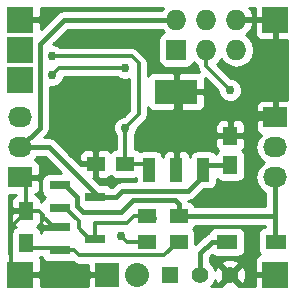
<source format=gbl>
G04 #@! TF.FileFunction,Copper,L2,Bot,Signal*
%FSLAX46Y46*%
G04 Gerber Fmt 4.6, Leading zero omitted, Abs format (unit mm)*
G04 Created by KiCad (PCBNEW 4.0.1-stable) date 01/09/2016 20:31:34*
%MOMM*%
G01*
G04 APERTURE LIST*
%ADD10C,0.101600*%
%ADD11R,1.250000X1.500000*%
%ADD12R,3.657600X2.032000*%
%ADD13R,1.016000X2.032000*%
%ADD14R,1.800860X0.800100*%
%ADD15R,2.032000X1.727200*%
%ADD16O,2.032000X1.727200*%
%ADD17R,1.500000X1.250000*%
%ADD18R,1.500000X1.300000*%
%ADD19R,1.300000X1.500000*%
%ADD20R,1.727200X1.727200*%
%ADD21O,1.727200X1.727200*%
%ADD22R,2.235200X2.235200*%
%ADD23R,1.397000X1.397000*%
%ADD24C,1.397000*%
%ADD25R,1.778000X1.270000*%
%ADD26R,2.032000X2.032000*%
%ADD27O,2.032000X2.032000*%
%ADD28C,0.762000*%
%ADD29C,0.304800*%
%ADD30C,0.406400*%
%ADD31C,0.254000*%
G04 APERTURE END LIST*
D10*
D11*
X166943000Y-77682000D03*
X166943000Y-75182000D03*
D12*
X162371000Y-71459000D03*
D13*
X162371000Y-78063000D03*
X160085000Y-78063000D03*
X164657000Y-78063000D03*
D14*
X152487860Y-84855000D03*
X152487860Y-82955000D03*
X155490140Y-83905000D03*
X152487860Y-81299000D03*
X152487860Y-79399000D03*
X155490140Y-80349000D03*
D15*
X170753000Y-73618000D03*
D16*
X170753000Y-76158000D03*
X170753000Y-78698000D03*
D15*
X149163000Y-78698000D03*
D16*
X149163000Y-76158000D03*
X149163000Y-73618000D03*
D17*
X158053000Y-77555000D03*
X155553000Y-77555000D03*
D18*
X162578000Y-84159000D03*
X159878000Y-84159000D03*
X162578000Y-82000000D03*
X159878000Y-82000000D03*
D19*
X149671000Y-84239000D03*
X149671000Y-81539000D03*
D20*
X162371000Y-67903000D03*
D21*
X162371000Y-65363000D03*
X164911000Y-67903000D03*
X164911000Y-65363000D03*
X167451000Y-67903000D03*
X167451000Y-65363000D03*
D22*
X149163000Y-86953000D03*
X170753000Y-86953000D03*
X149163000Y-65363000D03*
X170753000Y-65363000D03*
D23*
X161863000Y-86953000D03*
D24*
X164403000Y-86953000D03*
X166943000Y-86953000D03*
D25*
X170803800Y-84159000D03*
X166663600Y-84159000D03*
D22*
X149163000Y-70443000D03*
X149163000Y-67903000D03*
D26*
X156529000Y-86953000D03*
D27*
X159069000Y-86953000D03*
D28*
X164403000Y-75396000D03*
X162752000Y-73364000D03*
X155513000Y-75777000D03*
X166943000Y-71332000D03*
X158052996Y-69427000D03*
X151830000Y-70062000D03*
X151830000Y-68458000D03*
X158053000Y-74507000D03*
X157672000Y-83651000D03*
D29*
X166943000Y-73257000D02*
X166328000Y-73257000D01*
X166328000Y-73257000D02*
X164530000Y-71459000D01*
X164530000Y-71459000D02*
X162371000Y-71459000D01*
X164403000Y-75396000D02*
X162752000Y-75396000D01*
X162752000Y-75396000D02*
X162752000Y-73364000D01*
X164403000Y-75396000D02*
X162625000Y-75396000D01*
X162625000Y-75396000D02*
X162371000Y-75650000D01*
X162371000Y-75650000D02*
X162371000Y-78063000D01*
X162371000Y-78571000D02*
X162371000Y-78063000D01*
X166943000Y-75182000D02*
X166943000Y-73257000D01*
X156529000Y-86953000D02*
X149163000Y-86953000D01*
X166943000Y-73257000D02*
X170392000Y-73257000D01*
X170392000Y-73257000D02*
X170753000Y-73618000D01*
X162752000Y-73364000D02*
X162752000Y-71840000D01*
X162752000Y-71840000D02*
X162371000Y-71459000D01*
X170753000Y-65363000D02*
X167451000Y-65363000D01*
X170753000Y-73618000D02*
X170753000Y-72449600D01*
X170753000Y-72449600D02*
X170753000Y-65363000D01*
X155553000Y-77555000D02*
X155553000Y-77115802D01*
X155513000Y-75777000D02*
X155513000Y-77515000D01*
X155513000Y-77515000D02*
X155553000Y-77555000D01*
X149163000Y-86953000D02*
X148401000Y-86191000D01*
X148401000Y-86191000D02*
X148401000Y-82909000D01*
X148401000Y-82909000D02*
X149671000Y-81639000D01*
X149671000Y-81639000D02*
X149671000Y-81539000D01*
X149671000Y-81539000D02*
X149671000Y-79206000D01*
X149671000Y-79206000D02*
X149163000Y-78698000D01*
X149671000Y-81539000D02*
X150734000Y-81539000D01*
X150734000Y-81539000D02*
X151068000Y-81873000D01*
X151068000Y-81873000D02*
X151068000Y-82035520D01*
X151068000Y-82035520D02*
X151987480Y-82955000D01*
X151987480Y-82955000D02*
X152487860Y-82955000D01*
X166562001Y-70951001D02*
X166943000Y-71332000D01*
X164911000Y-69300000D02*
X166562001Y-70951001D01*
X164911000Y-67903000D02*
X164911000Y-69300000D01*
X170600600Y-76158000D02*
X170753000Y-76158000D01*
X157514181Y-69427000D02*
X158052996Y-69427000D01*
X152465000Y-69427000D02*
X157514181Y-69427000D01*
X151830000Y-70062000D02*
X152465000Y-69427000D01*
D30*
X155490140Y-80349000D02*
X155490140Y-80072140D01*
X155490140Y-80072140D02*
X151576000Y-76158000D01*
X151576000Y-76158000D02*
X150585400Y-76158000D01*
X150585400Y-76158000D02*
X149163000Y-76158000D01*
X155490140Y-80349000D02*
X157291000Y-80349000D01*
X163387000Y-79841000D02*
X164657000Y-78571000D01*
X157291000Y-80349000D02*
X157799000Y-79841000D01*
X164657000Y-78571000D02*
X164657000Y-78063000D01*
X157799000Y-79841000D02*
X163387000Y-79841000D01*
X166943000Y-77682000D02*
X165038000Y-77682000D01*
X165038000Y-77682000D02*
X164657000Y-78063000D01*
X162371000Y-65363000D02*
X152846000Y-65363000D01*
X152846000Y-65363000D02*
X150814000Y-67395000D01*
X150814000Y-67395000D02*
X150814000Y-74507000D01*
X150814000Y-74507000D02*
X149163000Y-76158000D01*
D29*
X158053000Y-74507000D02*
X159196000Y-73364000D01*
X159196000Y-73364000D02*
X159196000Y-69046000D01*
X159196000Y-69046000D02*
X158608000Y-68458000D01*
X158608000Y-68458000D02*
X151830000Y-68458000D01*
X158053000Y-77555000D02*
X159577000Y-77555000D01*
X159577000Y-77555000D02*
X160085000Y-78063000D01*
X158053000Y-77555000D02*
X158053000Y-74507000D01*
X162578000Y-84159000D02*
X162478000Y-84159000D01*
X162478000Y-84159000D02*
X161335000Y-85302000D01*
X161335000Y-85302000D02*
X154140090Y-85302000D01*
X154140090Y-85302000D02*
X153693090Y-84855000D01*
X153693090Y-84855000D02*
X152487860Y-84855000D01*
X149671000Y-84239000D02*
X150099000Y-84667000D01*
X152299860Y-84667000D02*
X152487860Y-84855000D01*
X150099000Y-84667000D02*
X152299860Y-84667000D01*
X152385000Y-84957860D02*
X152487860Y-84855000D01*
X152487860Y-81299000D02*
X152988240Y-81299000D01*
X154116000Y-82426760D02*
X154116000Y-83031240D01*
X152988240Y-81299000D02*
X154116000Y-82426760D01*
X154116000Y-83031240D02*
X154989760Y-83905000D01*
X154989760Y-83905000D02*
X155490140Y-83905000D01*
X159878000Y-82000000D02*
X158823200Y-82000000D01*
X158823200Y-82000000D02*
X158211060Y-82612140D01*
X158211060Y-82612140D02*
X155490140Y-82612140D01*
X155490140Y-82612140D02*
X155490140Y-83200150D01*
X155490140Y-83200150D02*
X155490140Y-83905000D01*
D30*
X160399000Y-82127000D02*
X160499000Y-82127000D01*
D29*
X158052999Y-84031999D02*
X157672000Y-83651000D01*
X158180000Y-84159000D02*
X158052999Y-84031999D01*
X159878000Y-84159000D02*
X158180000Y-84159000D01*
D30*
X162578000Y-82000000D02*
X162578000Y-80943600D01*
X162578000Y-80943600D02*
X162237400Y-80603000D01*
X162237400Y-80603000D02*
X158688000Y-80603000D01*
X158688000Y-80603000D02*
X157672000Y-81619000D01*
X157672000Y-81619000D02*
X154497000Y-81619000D01*
X154497000Y-81619000D02*
X153989000Y-81111000D01*
X153989000Y-80399760D02*
X152988240Y-79399000D01*
X153989000Y-81111000D02*
X153989000Y-80399760D01*
X152988240Y-79399000D02*
X152487860Y-79399000D01*
X170753000Y-78698000D02*
X170753000Y-82000000D01*
X170753000Y-82000000D02*
X170753000Y-84108200D01*
X162578000Y-82000000D02*
X170753000Y-82000000D01*
X162478000Y-82000000D02*
X162578000Y-82000000D01*
X170753000Y-84108200D02*
X170803800Y-84159000D01*
X166663600Y-84159000D02*
X165368200Y-84159000D01*
X165368200Y-84159000D02*
X164403000Y-85124200D01*
X164403000Y-85124200D02*
X164403000Y-85965172D01*
X164403000Y-85965172D02*
X164403000Y-86953000D01*
D29*
X166663600Y-84159000D02*
X166409600Y-84159000D01*
D31*
G36*
X150984268Y-85490367D02*
X151123340Y-85706491D01*
X151335540Y-85851481D01*
X151587430Y-85902490D01*
X153388290Y-85902490D01*
X153591509Y-85864252D01*
X153838765Y-86029463D01*
X154140090Y-86089400D01*
X154878000Y-86089400D01*
X154878000Y-86667250D01*
X155036750Y-86826000D01*
X156402000Y-86826000D01*
X156402000Y-86806000D01*
X156656000Y-86806000D01*
X156656000Y-86826000D01*
X156676000Y-86826000D01*
X156676000Y-87080000D01*
X156656000Y-87080000D01*
X156656000Y-87100000D01*
X156402000Y-87100000D01*
X156402000Y-87080000D01*
X155036750Y-87080000D01*
X154878000Y-87238750D01*
X154878000Y-87948000D01*
X150915600Y-87948000D01*
X150915600Y-87238750D01*
X150756850Y-87080000D01*
X149290000Y-87080000D01*
X149290000Y-87100000D01*
X149036000Y-87100000D01*
X149036000Y-87080000D01*
X149016000Y-87080000D01*
X149016000Y-86826000D01*
X149036000Y-86826000D01*
X149036000Y-86806000D01*
X149290000Y-86806000D01*
X149290000Y-86826000D01*
X150756850Y-86826000D01*
X150915600Y-86667250D01*
X150915600Y-85709090D01*
X150818927Y-85475701D01*
X150797626Y-85454400D01*
X150977500Y-85454400D01*
X150984268Y-85490367D01*
X150984268Y-85490367D01*
G37*
X150984268Y-85490367D02*
X151123340Y-85706491D01*
X151335540Y-85851481D01*
X151587430Y-85902490D01*
X153388290Y-85902490D01*
X153591509Y-85864252D01*
X153838765Y-86029463D01*
X154140090Y-86089400D01*
X154878000Y-86089400D01*
X154878000Y-86667250D01*
X155036750Y-86826000D01*
X156402000Y-86826000D01*
X156402000Y-86806000D01*
X156656000Y-86806000D01*
X156656000Y-86826000D01*
X156676000Y-86826000D01*
X156676000Y-87080000D01*
X156656000Y-87080000D01*
X156656000Y-87100000D01*
X156402000Y-87100000D01*
X156402000Y-87080000D01*
X155036750Y-87080000D01*
X154878000Y-87238750D01*
X154878000Y-87948000D01*
X150915600Y-87948000D01*
X150915600Y-87238750D01*
X150756850Y-87080000D01*
X149290000Y-87080000D01*
X149290000Y-87100000D01*
X149036000Y-87100000D01*
X149036000Y-87080000D01*
X149016000Y-87080000D01*
X149016000Y-86826000D01*
X149036000Y-86826000D01*
X149036000Y-86806000D01*
X149290000Y-86806000D01*
X149290000Y-86826000D01*
X150756850Y-86826000D01*
X150915600Y-86667250D01*
X150915600Y-85709090D01*
X150818927Y-85475701D01*
X150797626Y-85454400D01*
X150977500Y-85454400D01*
X150984268Y-85490367D01*
G36*
X169914800Y-82876560D02*
X169679483Y-82920838D01*
X169463359Y-83059910D01*
X169318369Y-83272110D01*
X169267360Y-83524000D01*
X169267360Y-84794000D01*
X169311638Y-85029317D01*
X169440112Y-85228972D01*
X169275702Y-85297073D01*
X169097073Y-85475701D01*
X169000400Y-85709090D01*
X169000400Y-86667250D01*
X169159150Y-86826000D01*
X170626000Y-86826000D01*
X170626000Y-86806000D01*
X170880000Y-86806000D01*
X170880000Y-86826000D01*
X170900000Y-86826000D01*
X170900000Y-87080000D01*
X170880000Y-87080000D01*
X170880000Y-87100000D01*
X170626000Y-87100000D01*
X170626000Y-87080000D01*
X169159150Y-87080000D01*
X169000400Y-87238750D01*
X169000400Y-87948000D01*
X167681670Y-87948000D01*
X167697583Y-87887188D01*
X166943000Y-87132605D01*
X166188417Y-87887188D01*
X166204330Y-87948000D01*
X165293764Y-87948000D01*
X165532827Y-87709353D01*
X165666314Y-87387882D01*
X165773200Y-87645929D01*
X166008812Y-87707583D01*
X166763395Y-86953000D01*
X167122605Y-86953000D01*
X167877188Y-87707583D01*
X168112800Y-87645929D01*
X168288927Y-87145520D01*
X168260148Y-86615801D01*
X168112800Y-86260071D01*
X167877188Y-86198417D01*
X167122605Y-86953000D01*
X166763395Y-86953000D01*
X166008812Y-86198417D01*
X165773200Y-86260071D01*
X165674917Y-86539312D01*
X165534146Y-86198620D01*
X165354652Y-86018812D01*
X166188417Y-86018812D01*
X166943000Y-86773395D01*
X167697583Y-86018812D01*
X167635929Y-85783200D01*
X167135520Y-85607073D01*
X166605801Y-85635852D01*
X166250071Y-85783200D01*
X166188417Y-86018812D01*
X165354652Y-86018812D01*
X165241200Y-85905163D01*
X165241200Y-85471394D01*
X165403569Y-85309025D01*
X165522710Y-85390431D01*
X165774600Y-85441440D01*
X167552600Y-85441440D01*
X167787917Y-85397162D01*
X168004041Y-85258090D01*
X168149031Y-85045890D01*
X168200040Y-84794000D01*
X168200040Y-83524000D01*
X168155762Y-83288683D01*
X168016690Y-83072559D01*
X167804490Y-82927569D01*
X167552600Y-82876560D01*
X165774600Y-82876560D01*
X165539283Y-82920838D01*
X165323159Y-83059910D01*
X165178169Y-83272110D01*
X165159919Y-83362229D01*
X165047434Y-83384604D01*
X164775503Y-83566303D01*
X163975440Y-84366366D01*
X163975440Y-83509000D01*
X163931162Y-83273683D01*
X163804689Y-83077138D01*
X163924431Y-82901890D01*
X163937329Y-82838200D01*
X169914800Y-82838200D01*
X169914800Y-82876560D01*
X169914800Y-82876560D01*
G37*
X169914800Y-82876560D02*
X169679483Y-82920838D01*
X169463359Y-83059910D01*
X169318369Y-83272110D01*
X169267360Y-83524000D01*
X169267360Y-84794000D01*
X169311638Y-85029317D01*
X169440112Y-85228972D01*
X169275702Y-85297073D01*
X169097073Y-85475701D01*
X169000400Y-85709090D01*
X169000400Y-86667250D01*
X169159150Y-86826000D01*
X170626000Y-86826000D01*
X170626000Y-86806000D01*
X170880000Y-86806000D01*
X170880000Y-86826000D01*
X170900000Y-86826000D01*
X170900000Y-87080000D01*
X170880000Y-87080000D01*
X170880000Y-87100000D01*
X170626000Y-87100000D01*
X170626000Y-87080000D01*
X169159150Y-87080000D01*
X169000400Y-87238750D01*
X169000400Y-87948000D01*
X167681670Y-87948000D01*
X167697583Y-87887188D01*
X166943000Y-87132605D01*
X166188417Y-87887188D01*
X166204330Y-87948000D01*
X165293764Y-87948000D01*
X165532827Y-87709353D01*
X165666314Y-87387882D01*
X165773200Y-87645929D01*
X166008812Y-87707583D01*
X166763395Y-86953000D01*
X167122605Y-86953000D01*
X167877188Y-87707583D01*
X168112800Y-87645929D01*
X168288927Y-87145520D01*
X168260148Y-86615801D01*
X168112800Y-86260071D01*
X167877188Y-86198417D01*
X167122605Y-86953000D01*
X166763395Y-86953000D01*
X166008812Y-86198417D01*
X165773200Y-86260071D01*
X165674917Y-86539312D01*
X165534146Y-86198620D01*
X165354652Y-86018812D01*
X166188417Y-86018812D01*
X166943000Y-86773395D01*
X167697583Y-86018812D01*
X167635929Y-85783200D01*
X167135520Y-85607073D01*
X166605801Y-85635852D01*
X166250071Y-85783200D01*
X166188417Y-86018812D01*
X165354652Y-86018812D01*
X165241200Y-85905163D01*
X165241200Y-85471394D01*
X165403569Y-85309025D01*
X165522710Y-85390431D01*
X165774600Y-85441440D01*
X167552600Y-85441440D01*
X167787917Y-85397162D01*
X168004041Y-85258090D01*
X168149031Y-85045890D01*
X168200040Y-84794000D01*
X168200040Y-83524000D01*
X168155762Y-83288683D01*
X168016690Y-83072559D01*
X167804490Y-82927569D01*
X167552600Y-82876560D01*
X165774600Y-82876560D01*
X165539283Y-82920838D01*
X165323159Y-83059910D01*
X165178169Y-83272110D01*
X165159919Y-83362229D01*
X165047434Y-83384604D01*
X164775503Y-83566303D01*
X163975440Y-84366366D01*
X163975440Y-83509000D01*
X163931162Y-83273683D01*
X163804689Y-83077138D01*
X163924431Y-82901890D01*
X163937329Y-82838200D01*
X169914800Y-82838200D01*
X169914800Y-82876560D01*
G36*
X148661301Y-80250673D02*
X148482673Y-80429302D01*
X148386000Y-80662691D01*
X148386000Y-81253250D01*
X148544750Y-81412000D01*
X149544000Y-81412000D01*
X149544000Y-81392000D01*
X149798000Y-81392000D01*
X149798000Y-81412000D01*
X149818000Y-81412000D01*
X149818000Y-81666000D01*
X149798000Y-81666000D01*
X149798000Y-81686000D01*
X149544000Y-81686000D01*
X149544000Y-81666000D01*
X148544750Y-81666000D01*
X148386000Y-81824750D01*
X148386000Y-82415309D01*
X148482673Y-82648698D01*
X148661301Y-82827327D01*
X148797287Y-82883654D01*
X148785683Y-82885838D01*
X148569559Y-83024910D01*
X148424569Y-83237110D01*
X148373560Y-83489000D01*
X148373560Y-84989000D01*
X148413338Y-85200400D01*
X148168000Y-85200400D01*
X148168000Y-80196600D01*
X148791845Y-80196600D01*
X148661301Y-80250673D01*
X148661301Y-80250673D01*
G37*
X148661301Y-80250673D02*
X148482673Y-80429302D01*
X148386000Y-80662691D01*
X148386000Y-81253250D01*
X148544750Y-81412000D01*
X149544000Y-81412000D01*
X149544000Y-81392000D01*
X149798000Y-81392000D01*
X149798000Y-81412000D01*
X149818000Y-81412000D01*
X149818000Y-81666000D01*
X149798000Y-81666000D01*
X149798000Y-81686000D01*
X149544000Y-81686000D01*
X149544000Y-81666000D01*
X148544750Y-81666000D01*
X148386000Y-81824750D01*
X148386000Y-82415309D01*
X148482673Y-82648698D01*
X148661301Y-82827327D01*
X148797287Y-82883654D01*
X148785683Y-82885838D01*
X148569559Y-83024910D01*
X148424569Y-83237110D01*
X148373560Y-83489000D01*
X148373560Y-84989000D01*
X148413338Y-85200400D01*
X148168000Y-85200400D01*
X148168000Y-80196600D01*
X148791845Y-80196600D01*
X148661301Y-80250673D01*
G36*
X150939990Y-81699050D02*
X150984268Y-81934367D01*
X151111799Y-82132556D01*
X151049103Y-82195252D01*
X150952430Y-82428641D01*
X150952430Y-82669250D01*
X151111180Y-82828000D01*
X152360860Y-82828000D01*
X152360860Y-82808000D01*
X152614860Y-82808000D01*
X152614860Y-82828000D01*
X152634860Y-82828000D01*
X152634860Y-83082000D01*
X152614860Y-83082000D01*
X152614860Y-83102000D01*
X152360860Y-83102000D01*
X152360860Y-83082000D01*
X151111180Y-83082000D01*
X150952430Y-83240750D01*
X150952430Y-83403914D01*
X150924162Y-83253683D01*
X150785090Y-83037559D01*
X150572890Y-82892569D01*
X150539510Y-82885809D01*
X150680699Y-82827327D01*
X150859327Y-82648698D01*
X150956000Y-82415309D01*
X150956000Y-81824750D01*
X150797252Y-81666002D01*
X150939990Y-81666002D01*
X150939990Y-81699050D01*
X150939990Y-81699050D01*
G37*
X150939990Y-81699050D02*
X150984268Y-81934367D01*
X151111799Y-82132556D01*
X151049103Y-82195252D01*
X150952430Y-82428641D01*
X150952430Y-82669250D01*
X151111180Y-82828000D01*
X152360860Y-82828000D01*
X152360860Y-82808000D01*
X152614860Y-82808000D01*
X152614860Y-82828000D01*
X152634860Y-82828000D01*
X152634860Y-83082000D01*
X152614860Y-83082000D01*
X152614860Y-83102000D01*
X152360860Y-83102000D01*
X152360860Y-83082000D01*
X151111180Y-83082000D01*
X150952430Y-83240750D01*
X150952430Y-83403914D01*
X150924162Y-83253683D01*
X150785090Y-83037559D01*
X150572890Y-82892569D01*
X150539510Y-82885809D01*
X150680699Y-82827327D01*
X150859327Y-82648698D01*
X150956000Y-82415309D01*
X150956000Y-81824750D01*
X150797252Y-81666002D01*
X150939990Y-81666002D01*
X150939990Y-81699050D01*
G36*
X169000400Y-65077250D02*
X169159150Y-65236000D01*
X170626000Y-65236000D01*
X170626000Y-65216000D01*
X170880000Y-65216000D01*
X170880000Y-65236000D01*
X170900000Y-65236000D01*
X170900000Y-65490000D01*
X170880000Y-65490000D01*
X170880000Y-66956850D01*
X171038750Y-67115600D01*
X171748000Y-67115600D01*
X171748000Y-72119400D01*
X171038750Y-72119400D01*
X170880000Y-72278150D01*
X170880000Y-73491000D01*
X170900000Y-73491000D01*
X170900000Y-73745000D01*
X170880000Y-73745000D01*
X170880000Y-73765000D01*
X170626000Y-73765000D01*
X170626000Y-73745000D01*
X169260750Y-73745000D01*
X169102000Y-73903750D01*
X169102000Y-74607909D01*
X169198673Y-74841298D01*
X169377301Y-75019927D01*
X169530780Y-75083500D01*
X169508585Y-75098330D01*
X169183729Y-75584511D01*
X169069655Y-76158000D01*
X169183729Y-76731489D01*
X169508585Y-77217670D01*
X169823366Y-77428000D01*
X169508585Y-77638330D01*
X169183729Y-78124511D01*
X169069655Y-78698000D01*
X169183729Y-79271489D01*
X169508585Y-79757670D01*
X169914800Y-80029094D01*
X169914800Y-81161800D01*
X163940028Y-81161800D01*
X163931162Y-81114683D01*
X163792090Y-80898559D01*
X163579890Y-80753569D01*
X163369944Y-80711054D01*
X163363608Y-80679200D01*
X163387000Y-80679200D01*
X163707766Y-80615396D01*
X163979697Y-80433697D01*
X164686954Y-79726440D01*
X165165000Y-79726440D01*
X165400317Y-79682162D01*
X165616441Y-79543090D01*
X165761431Y-79330890D01*
X165812440Y-79079000D01*
X165812440Y-78818995D01*
X165853910Y-78883441D01*
X166066110Y-79028431D01*
X166318000Y-79079440D01*
X167568000Y-79079440D01*
X167803317Y-79035162D01*
X168019441Y-78896090D01*
X168164431Y-78683890D01*
X168215440Y-78432000D01*
X168215440Y-76932000D01*
X168171162Y-76696683D01*
X168032090Y-76480559D01*
X167963994Y-76434031D01*
X168106327Y-76291698D01*
X168203000Y-76058309D01*
X168203000Y-75467750D01*
X168044250Y-75309000D01*
X167070000Y-75309000D01*
X167070000Y-75329000D01*
X166816000Y-75329000D01*
X166816000Y-75309000D01*
X165841750Y-75309000D01*
X165683000Y-75467750D01*
X165683000Y-76058309D01*
X165779673Y-76291698D01*
X165920910Y-76432936D01*
X165866559Y-76467910D01*
X165721569Y-76680110D01*
X165712456Y-76725113D01*
X165629090Y-76595559D01*
X165416890Y-76450569D01*
X165165000Y-76399560D01*
X164149000Y-76399560D01*
X163913683Y-76443838D01*
X163697559Y-76582910D01*
X163552569Y-76795110D01*
X163514000Y-76985569D01*
X163514000Y-76920690D01*
X163417327Y-76687301D01*
X163238698Y-76508673D01*
X163005309Y-76412000D01*
X162656750Y-76412000D01*
X162498000Y-76570750D01*
X162498000Y-77936000D01*
X162518000Y-77936000D01*
X162518000Y-78190000D01*
X162498000Y-78190000D01*
X162498000Y-78210000D01*
X162244000Y-78210000D01*
X162244000Y-78190000D01*
X162224000Y-78190000D01*
X162224000Y-77936000D01*
X162244000Y-77936000D01*
X162244000Y-76570750D01*
X162085250Y-76412000D01*
X161736691Y-76412000D01*
X161503302Y-76508673D01*
X161324673Y-76687301D01*
X161228000Y-76920690D01*
X161228000Y-76980887D01*
X161196162Y-76811683D01*
X161057090Y-76595559D01*
X160844890Y-76450569D01*
X160593000Y-76399560D01*
X159577000Y-76399560D01*
X159341683Y-76443838D01*
X159273132Y-76487949D01*
X159267090Y-76478559D01*
X159054890Y-76333569D01*
X158840400Y-76290134D01*
X158840400Y-75156562D01*
X158913821Y-75083269D01*
X159068824Y-74709982D01*
X159068916Y-74604636D01*
X159367861Y-74305691D01*
X165683000Y-74305691D01*
X165683000Y-74896250D01*
X165841750Y-75055000D01*
X166816000Y-75055000D01*
X166816000Y-73955750D01*
X167070000Y-73955750D01*
X167070000Y-75055000D01*
X168044250Y-75055000D01*
X168203000Y-74896250D01*
X168203000Y-74305691D01*
X168106327Y-74072302D01*
X167927699Y-73893673D01*
X167694310Y-73797000D01*
X167228750Y-73797000D01*
X167070000Y-73955750D01*
X166816000Y-73955750D01*
X166657250Y-73797000D01*
X166191690Y-73797000D01*
X165958301Y-73893673D01*
X165779673Y-74072302D01*
X165683000Y-74305691D01*
X159367861Y-74305691D01*
X159752776Y-73920776D01*
X159923463Y-73665325D01*
X159983400Y-73364000D01*
X159983400Y-72785273D01*
X160003873Y-72834699D01*
X160182502Y-73013327D01*
X160415891Y-73110000D01*
X162085250Y-73110000D01*
X162244000Y-72951250D01*
X162244000Y-71586000D01*
X162498000Y-71586000D01*
X162498000Y-72951250D01*
X162656750Y-73110000D01*
X164326109Y-73110000D01*
X164559498Y-73013327D01*
X164738127Y-72834699D01*
X164823706Y-72628091D01*
X169102000Y-72628091D01*
X169102000Y-73332250D01*
X169260750Y-73491000D01*
X170626000Y-73491000D01*
X170626000Y-72278150D01*
X170467250Y-72119400D01*
X169610690Y-72119400D01*
X169377301Y-72216073D01*
X169198673Y-72394702D01*
X169102000Y-72628091D01*
X164823706Y-72628091D01*
X164834800Y-72601310D01*
X164834800Y-71744750D01*
X164676050Y-71586000D01*
X162498000Y-71586000D01*
X162244000Y-71586000D01*
X162224000Y-71586000D01*
X162224000Y-71332000D01*
X162244000Y-71332000D01*
X162244000Y-69966750D01*
X162085250Y-69808000D01*
X160415891Y-69808000D01*
X160182502Y-69904673D01*
X160003873Y-70083301D01*
X159983400Y-70132727D01*
X159983400Y-69046000D01*
X159923463Y-68744675D01*
X159752776Y-68489224D01*
X159164776Y-67901224D01*
X158909325Y-67730537D01*
X158608000Y-67670600D01*
X152479562Y-67670600D01*
X152406269Y-67597179D01*
X152032982Y-67442176D01*
X151952288Y-67442106D01*
X153193194Y-66201200D01*
X161143731Y-66201200D01*
X161297574Y-66431442D01*
X161272083Y-66436238D01*
X161055959Y-66575310D01*
X160910969Y-66787510D01*
X160859960Y-67039400D01*
X160859960Y-68766600D01*
X160904238Y-69001917D01*
X161043310Y-69218041D01*
X161255510Y-69363031D01*
X161507400Y-69414040D01*
X163234600Y-69414040D01*
X163469917Y-69369762D01*
X163686041Y-69230690D01*
X163831031Y-69018490D01*
X163839864Y-68974869D01*
X163851330Y-68992029D01*
X164123600Y-69173954D01*
X164123600Y-69300000D01*
X164183537Y-69601325D01*
X164321633Y-69808000D01*
X162656750Y-69808000D01*
X162498000Y-69966750D01*
X162498000Y-71332000D01*
X164676050Y-71332000D01*
X164834800Y-71173250D01*
X164834800Y-70337352D01*
X165926914Y-71429466D01*
X165926824Y-71533208D01*
X166081175Y-71906766D01*
X166366731Y-72192821D01*
X166740018Y-72347824D01*
X167144208Y-72348176D01*
X167517766Y-72193825D01*
X167803821Y-71908269D01*
X167958824Y-71534982D01*
X167959176Y-71130792D01*
X167804825Y-70757234D01*
X167519269Y-70471179D01*
X167145982Y-70316176D01*
X167040636Y-70316084D01*
X165818355Y-69093803D01*
X165970670Y-68992029D01*
X166181000Y-68677248D01*
X166391330Y-68992029D01*
X166877511Y-69316885D01*
X167451000Y-69430959D01*
X168024489Y-69316885D01*
X168510670Y-68992029D01*
X168835526Y-68505848D01*
X168949600Y-67932359D01*
X168949600Y-67873641D01*
X168835526Y-67300152D01*
X168510670Y-66813971D01*
X168239839Y-66633008D01*
X168657821Y-66251490D01*
X168905968Y-65722027D01*
X168867913Y-65648750D01*
X169000400Y-65648750D01*
X169000400Y-66606910D01*
X169097073Y-66840299D01*
X169275702Y-67018927D01*
X169509091Y-67115600D01*
X170467250Y-67115600D01*
X170626000Y-66956850D01*
X170626000Y-65490000D01*
X169159150Y-65490000D01*
X169000400Y-65648750D01*
X168867913Y-65648750D01*
X168785469Y-65490000D01*
X167578000Y-65490000D01*
X167578000Y-65510000D01*
X167324000Y-65510000D01*
X167324000Y-65490000D01*
X167304000Y-65490000D01*
X167304000Y-65236000D01*
X167324000Y-65236000D01*
X167324000Y-65216000D01*
X167578000Y-65216000D01*
X167578000Y-65236000D01*
X168785469Y-65236000D01*
X168905968Y-65003973D01*
X168657821Y-64474510D01*
X168541131Y-64368000D01*
X169000400Y-64368000D01*
X169000400Y-65077250D01*
X169000400Y-65077250D01*
G37*
X169000400Y-65077250D02*
X169159150Y-65236000D01*
X170626000Y-65236000D01*
X170626000Y-65216000D01*
X170880000Y-65216000D01*
X170880000Y-65236000D01*
X170900000Y-65236000D01*
X170900000Y-65490000D01*
X170880000Y-65490000D01*
X170880000Y-66956850D01*
X171038750Y-67115600D01*
X171748000Y-67115600D01*
X171748000Y-72119400D01*
X171038750Y-72119400D01*
X170880000Y-72278150D01*
X170880000Y-73491000D01*
X170900000Y-73491000D01*
X170900000Y-73745000D01*
X170880000Y-73745000D01*
X170880000Y-73765000D01*
X170626000Y-73765000D01*
X170626000Y-73745000D01*
X169260750Y-73745000D01*
X169102000Y-73903750D01*
X169102000Y-74607909D01*
X169198673Y-74841298D01*
X169377301Y-75019927D01*
X169530780Y-75083500D01*
X169508585Y-75098330D01*
X169183729Y-75584511D01*
X169069655Y-76158000D01*
X169183729Y-76731489D01*
X169508585Y-77217670D01*
X169823366Y-77428000D01*
X169508585Y-77638330D01*
X169183729Y-78124511D01*
X169069655Y-78698000D01*
X169183729Y-79271489D01*
X169508585Y-79757670D01*
X169914800Y-80029094D01*
X169914800Y-81161800D01*
X163940028Y-81161800D01*
X163931162Y-81114683D01*
X163792090Y-80898559D01*
X163579890Y-80753569D01*
X163369944Y-80711054D01*
X163363608Y-80679200D01*
X163387000Y-80679200D01*
X163707766Y-80615396D01*
X163979697Y-80433697D01*
X164686954Y-79726440D01*
X165165000Y-79726440D01*
X165400317Y-79682162D01*
X165616441Y-79543090D01*
X165761431Y-79330890D01*
X165812440Y-79079000D01*
X165812440Y-78818995D01*
X165853910Y-78883441D01*
X166066110Y-79028431D01*
X166318000Y-79079440D01*
X167568000Y-79079440D01*
X167803317Y-79035162D01*
X168019441Y-78896090D01*
X168164431Y-78683890D01*
X168215440Y-78432000D01*
X168215440Y-76932000D01*
X168171162Y-76696683D01*
X168032090Y-76480559D01*
X167963994Y-76434031D01*
X168106327Y-76291698D01*
X168203000Y-76058309D01*
X168203000Y-75467750D01*
X168044250Y-75309000D01*
X167070000Y-75309000D01*
X167070000Y-75329000D01*
X166816000Y-75329000D01*
X166816000Y-75309000D01*
X165841750Y-75309000D01*
X165683000Y-75467750D01*
X165683000Y-76058309D01*
X165779673Y-76291698D01*
X165920910Y-76432936D01*
X165866559Y-76467910D01*
X165721569Y-76680110D01*
X165712456Y-76725113D01*
X165629090Y-76595559D01*
X165416890Y-76450569D01*
X165165000Y-76399560D01*
X164149000Y-76399560D01*
X163913683Y-76443838D01*
X163697559Y-76582910D01*
X163552569Y-76795110D01*
X163514000Y-76985569D01*
X163514000Y-76920690D01*
X163417327Y-76687301D01*
X163238698Y-76508673D01*
X163005309Y-76412000D01*
X162656750Y-76412000D01*
X162498000Y-76570750D01*
X162498000Y-77936000D01*
X162518000Y-77936000D01*
X162518000Y-78190000D01*
X162498000Y-78190000D01*
X162498000Y-78210000D01*
X162244000Y-78210000D01*
X162244000Y-78190000D01*
X162224000Y-78190000D01*
X162224000Y-77936000D01*
X162244000Y-77936000D01*
X162244000Y-76570750D01*
X162085250Y-76412000D01*
X161736691Y-76412000D01*
X161503302Y-76508673D01*
X161324673Y-76687301D01*
X161228000Y-76920690D01*
X161228000Y-76980887D01*
X161196162Y-76811683D01*
X161057090Y-76595559D01*
X160844890Y-76450569D01*
X160593000Y-76399560D01*
X159577000Y-76399560D01*
X159341683Y-76443838D01*
X159273132Y-76487949D01*
X159267090Y-76478559D01*
X159054890Y-76333569D01*
X158840400Y-76290134D01*
X158840400Y-75156562D01*
X158913821Y-75083269D01*
X159068824Y-74709982D01*
X159068916Y-74604636D01*
X159367861Y-74305691D01*
X165683000Y-74305691D01*
X165683000Y-74896250D01*
X165841750Y-75055000D01*
X166816000Y-75055000D01*
X166816000Y-73955750D01*
X167070000Y-73955750D01*
X167070000Y-75055000D01*
X168044250Y-75055000D01*
X168203000Y-74896250D01*
X168203000Y-74305691D01*
X168106327Y-74072302D01*
X167927699Y-73893673D01*
X167694310Y-73797000D01*
X167228750Y-73797000D01*
X167070000Y-73955750D01*
X166816000Y-73955750D01*
X166657250Y-73797000D01*
X166191690Y-73797000D01*
X165958301Y-73893673D01*
X165779673Y-74072302D01*
X165683000Y-74305691D01*
X159367861Y-74305691D01*
X159752776Y-73920776D01*
X159923463Y-73665325D01*
X159983400Y-73364000D01*
X159983400Y-72785273D01*
X160003873Y-72834699D01*
X160182502Y-73013327D01*
X160415891Y-73110000D01*
X162085250Y-73110000D01*
X162244000Y-72951250D01*
X162244000Y-71586000D01*
X162498000Y-71586000D01*
X162498000Y-72951250D01*
X162656750Y-73110000D01*
X164326109Y-73110000D01*
X164559498Y-73013327D01*
X164738127Y-72834699D01*
X164823706Y-72628091D01*
X169102000Y-72628091D01*
X169102000Y-73332250D01*
X169260750Y-73491000D01*
X170626000Y-73491000D01*
X170626000Y-72278150D01*
X170467250Y-72119400D01*
X169610690Y-72119400D01*
X169377301Y-72216073D01*
X169198673Y-72394702D01*
X169102000Y-72628091D01*
X164823706Y-72628091D01*
X164834800Y-72601310D01*
X164834800Y-71744750D01*
X164676050Y-71586000D01*
X162498000Y-71586000D01*
X162244000Y-71586000D01*
X162224000Y-71586000D01*
X162224000Y-71332000D01*
X162244000Y-71332000D01*
X162244000Y-69966750D01*
X162085250Y-69808000D01*
X160415891Y-69808000D01*
X160182502Y-69904673D01*
X160003873Y-70083301D01*
X159983400Y-70132727D01*
X159983400Y-69046000D01*
X159923463Y-68744675D01*
X159752776Y-68489224D01*
X159164776Y-67901224D01*
X158909325Y-67730537D01*
X158608000Y-67670600D01*
X152479562Y-67670600D01*
X152406269Y-67597179D01*
X152032982Y-67442176D01*
X151952288Y-67442106D01*
X153193194Y-66201200D01*
X161143731Y-66201200D01*
X161297574Y-66431442D01*
X161272083Y-66436238D01*
X161055959Y-66575310D01*
X160910969Y-66787510D01*
X160859960Y-67039400D01*
X160859960Y-68766600D01*
X160904238Y-69001917D01*
X161043310Y-69218041D01*
X161255510Y-69363031D01*
X161507400Y-69414040D01*
X163234600Y-69414040D01*
X163469917Y-69369762D01*
X163686041Y-69230690D01*
X163831031Y-69018490D01*
X163839864Y-68974869D01*
X163851330Y-68992029D01*
X164123600Y-69173954D01*
X164123600Y-69300000D01*
X164183537Y-69601325D01*
X164321633Y-69808000D01*
X162656750Y-69808000D01*
X162498000Y-69966750D01*
X162498000Y-71332000D01*
X164676050Y-71332000D01*
X164834800Y-71173250D01*
X164834800Y-70337352D01*
X165926914Y-71429466D01*
X165926824Y-71533208D01*
X166081175Y-71906766D01*
X166366731Y-72192821D01*
X166740018Y-72347824D01*
X167144208Y-72348176D01*
X167517766Y-72193825D01*
X167803821Y-71908269D01*
X167958824Y-71534982D01*
X167959176Y-71130792D01*
X167804825Y-70757234D01*
X167519269Y-70471179D01*
X167145982Y-70316176D01*
X167040636Y-70316084D01*
X165818355Y-69093803D01*
X165970670Y-68992029D01*
X166181000Y-68677248D01*
X166391330Y-68992029D01*
X166877511Y-69316885D01*
X167451000Y-69430959D01*
X168024489Y-69316885D01*
X168510670Y-68992029D01*
X168835526Y-68505848D01*
X168949600Y-67932359D01*
X168949600Y-67873641D01*
X168835526Y-67300152D01*
X168510670Y-66813971D01*
X168239839Y-66633008D01*
X168657821Y-66251490D01*
X168905968Y-65722027D01*
X168867913Y-65648750D01*
X169000400Y-65648750D01*
X169000400Y-66606910D01*
X169097073Y-66840299D01*
X169275702Y-67018927D01*
X169509091Y-67115600D01*
X170467250Y-67115600D01*
X170626000Y-66956850D01*
X170626000Y-65490000D01*
X169159150Y-65490000D01*
X169000400Y-65648750D01*
X168867913Y-65648750D01*
X168785469Y-65490000D01*
X167578000Y-65490000D01*
X167578000Y-65510000D01*
X167324000Y-65510000D01*
X167324000Y-65490000D01*
X167304000Y-65490000D01*
X167304000Y-65236000D01*
X167324000Y-65236000D01*
X167324000Y-65216000D01*
X167578000Y-65216000D01*
X167578000Y-65236000D01*
X168785469Y-65236000D01*
X168905968Y-65003973D01*
X168657821Y-64474510D01*
X168541131Y-64368000D01*
X169000400Y-64368000D01*
X169000400Y-65077250D01*
G36*
X152584116Y-78351510D02*
X151587430Y-78351510D01*
X151352113Y-78395788D01*
X151135989Y-78534860D01*
X150990999Y-78747060D01*
X150939990Y-78998950D01*
X150939990Y-79799050D01*
X150984268Y-80034367D01*
X151123340Y-80250491D01*
X151268437Y-80349632D01*
X151135989Y-80434860D01*
X150990999Y-80647060D01*
X150956000Y-80819890D01*
X150956000Y-80662691D01*
X150859327Y-80429302D01*
X150680699Y-80250673D01*
X150447310Y-80154000D01*
X150408155Y-80154000D01*
X150538699Y-80099927D01*
X150717327Y-79921298D01*
X150814000Y-79687909D01*
X150814000Y-78983750D01*
X150655250Y-78825000D01*
X149290000Y-78825000D01*
X149290000Y-78845000D01*
X149036000Y-78845000D01*
X149036000Y-78825000D01*
X149016000Y-78825000D01*
X149016000Y-78571000D01*
X149036000Y-78571000D01*
X149036000Y-78551000D01*
X149290000Y-78551000D01*
X149290000Y-78571000D01*
X150655250Y-78571000D01*
X150814000Y-78412250D01*
X150814000Y-77708091D01*
X150717327Y-77474702D01*
X150538699Y-77296073D01*
X150385220Y-77232500D01*
X150407415Y-77217670D01*
X150555397Y-76996200D01*
X151228806Y-76996200D01*
X152584116Y-78351510D01*
X152584116Y-78351510D01*
G37*
X152584116Y-78351510D02*
X151587430Y-78351510D01*
X151352113Y-78395788D01*
X151135989Y-78534860D01*
X150990999Y-78747060D01*
X150939990Y-78998950D01*
X150939990Y-79799050D01*
X150984268Y-80034367D01*
X151123340Y-80250491D01*
X151268437Y-80349632D01*
X151135989Y-80434860D01*
X150990999Y-80647060D01*
X150956000Y-80819890D01*
X150956000Y-80662691D01*
X150859327Y-80429302D01*
X150680699Y-80250673D01*
X150447310Y-80154000D01*
X150408155Y-80154000D01*
X150538699Y-80099927D01*
X150717327Y-79921298D01*
X150814000Y-79687909D01*
X150814000Y-78983750D01*
X150655250Y-78825000D01*
X149290000Y-78825000D01*
X149290000Y-78845000D01*
X149036000Y-78845000D01*
X149036000Y-78825000D01*
X149016000Y-78825000D01*
X149016000Y-78571000D01*
X149036000Y-78571000D01*
X149036000Y-78551000D01*
X149290000Y-78551000D01*
X149290000Y-78571000D01*
X150655250Y-78571000D01*
X150814000Y-78412250D01*
X150814000Y-77708091D01*
X150717327Y-77474702D01*
X150538699Y-77296073D01*
X150385220Y-77232500D01*
X150407415Y-77217670D01*
X150555397Y-76996200D01*
X151228806Y-76996200D01*
X152584116Y-78351510D01*
G36*
X157476727Y-70287821D02*
X157850014Y-70442824D01*
X158254204Y-70443176D01*
X158408600Y-70379381D01*
X158408600Y-73037848D01*
X157955534Y-73490914D01*
X157851792Y-73490824D01*
X157478234Y-73645175D01*
X157192179Y-73930731D01*
X157037176Y-74304018D01*
X157036824Y-74708208D01*
X157191175Y-75081766D01*
X157265600Y-75156321D01*
X157265600Y-76289597D01*
X157067683Y-76326838D01*
X156851559Y-76465910D01*
X156805031Y-76534006D01*
X156662698Y-76391673D01*
X156429309Y-76295000D01*
X155838750Y-76295000D01*
X155680000Y-76453750D01*
X155680000Y-77428000D01*
X155700000Y-77428000D01*
X155700000Y-77682000D01*
X155680000Y-77682000D01*
X155680000Y-78656250D01*
X155838750Y-78815000D01*
X156429309Y-78815000D01*
X156662698Y-78718327D01*
X156803936Y-78577090D01*
X156838910Y-78631441D01*
X157051110Y-78776431D01*
X157303000Y-78827440D01*
X158803000Y-78827440D01*
X158929560Y-78803626D01*
X158929560Y-79002800D01*
X157799000Y-79002800D01*
X157478235Y-79066604D01*
X157459025Y-79079440D01*
X157206303Y-79248303D01*
X156943806Y-79510800D01*
X156863213Y-79510800D01*
X156854660Y-79497509D01*
X156642460Y-79352519D01*
X156390570Y-79301510D01*
X155904904Y-79301510D01*
X155342822Y-78739428D01*
X155426000Y-78656250D01*
X155426000Y-77682000D01*
X154326750Y-77682000D01*
X154306072Y-77702678D01*
X153407084Y-76803690D01*
X154168000Y-76803690D01*
X154168000Y-77269250D01*
X154326750Y-77428000D01*
X155426000Y-77428000D01*
X155426000Y-76453750D01*
X155267250Y-76295000D01*
X154676691Y-76295000D01*
X154443302Y-76391673D01*
X154264673Y-76570301D01*
X154168000Y-76803690D01*
X153407084Y-76803690D01*
X152168697Y-75565303D01*
X151896766Y-75383604D01*
X151576000Y-75319800D01*
X151186594Y-75319800D01*
X151406697Y-75099697D01*
X151588396Y-74827765D01*
X151652200Y-74507000D01*
X151652200Y-71077846D01*
X152031208Y-71078176D01*
X152404766Y-70923825D01*
X152690821Y-70638269D01*
X152845824Y-70264982D01*
X152845868Y-70214400D01*
X157403434Y-70214400D01*
X157476727Y-70287821D01*
X157476727Y-70287821D01*
G37*
X157476727Y-70287821D02*
X157850014Y-70442824D01*
X158254204Y-70443176D01*
X158408600Y-70379381D01*
X158408600Y-73037848D01*
X157955534Y-73490914D01*
X157851792Y-73490824D01*
X157478234Y-73645175D01*
X157192179Y-73930731D01*
X157037176Y-74304018D01*
X157036824Y-74708208D01*
X157191175Y-75081766D01*
X157265600Y-75156321D01*
X157265600Y-76289597D01*
X157067683Y-76326838D01*
X156851559Y-76465910D01*
X156805031Y-76534006D01*
X156662698Y-76391673D01*
X156429309Y-76295000D01*
X155838750Y-76295000D01*
X155680000Y-76453750D01*
X155680000Y-77428000D01*
X155700000Y-77428000D01*
X155700000Y-77682000D01*
X155680000Y-77682000D01*
X155680000Y-78656250D01*
X155838750Y-78815000D01*
X156429309Y-78815000D01*
X156662698Y-78718327D01*
X156803936Y-78577090D01*
X156838910Y-78631441D01*
X157051110Y-78776431D01*
X157303000Y-78827440D01*
X158803000Y-78827440D01*
X158929560Y-78803626D01*
X158929560Y-79002800D01*
X157799000Y-79002800D01*
X157478235Y-79066604D01*
X157459025Y-79079440D01*
X157206303Y-79248303D01*
X156943806Y-79510800D01*
X156863213Y-79510800D01*
X156854660Y-79497509D01*
X156642460Y-79352519D01*
X156390570Y-79301510D01*
X155904904Y-79301510D01*
X155342822Y-78739428D01*
X155426000Y-78656250D01*
X155426000Y-77682000D01*
X154326750Y-77682000D01*
X154306072Y-77702678D01*
X153407084Y-76803690D01*
X154168000Y-76803690D01*
X154168000Y-77269250D01*
X154326750Y-77428000D01*
X155426000Y-77428000D01*
X155426000Y-76453750D01*
X155267250Y-76295000D01*
X154676691Y-76295000D01*
X154443302Y-76391673D01*
X154264673Y-76570301D01*
X154168000Y-76803690D01*
X153407084Y-76803690D01*
X152168697Y-75565303D01*
X151896766Y-75383604D01*
X151576000Y-75319800D01*
X151186594Y-75319800D01*
X151406697Y-75099697D01*
X151588396Y-74827765D01*
X151652200Y-74507000D01*
X151652200Y-71077846D01*
X152031208Y-71078176D01*
X152404766Y-70923825D01*
X152690821Y-70638269D01*
X152845824Y-70264982D01*
X152845868Y-70214400D01*
X157403434Y-70214400D01*
X157476727Y-70287821D01*
G36*
X161143731Y-64524800D02*
X152846000Y-64524800D01*
X152525234Y-64588604D01*
X152253303Y-64770303D01*
X150915600Y-66108006D01*
X150915600Y-65648750D01*
X150756850Y-65490000D01*
X149290000Y-65490000D01*
X149290000Y-65510000D01*
X149036000Y-65510000D01*
X149036000Y-65490000D01*
X149016000Y-65490000D01*
X149016000Y-65236000D01*
X149036000Y-65236000D01*
X149036000Y-65216000D01*
X149290000Y-65216000D01*
X149290000Y-65236000D01*
X150756850Y-65236000D01*
X150915600Y-65077250D01*
X150915600Y-64368000D01*
X161248502Y-64368000D01*
X161143731Y-64524800D01*
X161143731Y-64524800D01*
G37*
X161143731Y-64524800D02*
X152846000Y-64524800D01*
X152525234Y-64588604D01*
X152253303Y-64770303D01*
X150915600Y-66108006D01*
X150915600Y-65648750D01*
X150756850Y-65490000D01*
X149290000Y-65490000D01*
X149290000Y-65510000D01*
X149036000Y-65510000D01*
X149036000Y-65490000D01*
X149016000Y-65490000D01*
X149016000Y-65236000D01*
X149036000Y-65236000D01*
X149036000Y-65216000D01*
X149290000Y-65216000D01*
X149290000Y-65236000D01*
X150756850Y-65236000D01*
X150915600Y-65077250D01*
X150915600Y-64368000D01*
X161248502Y-64368000D01*
X161143731Y-64524800D01*
M02*

</source>
